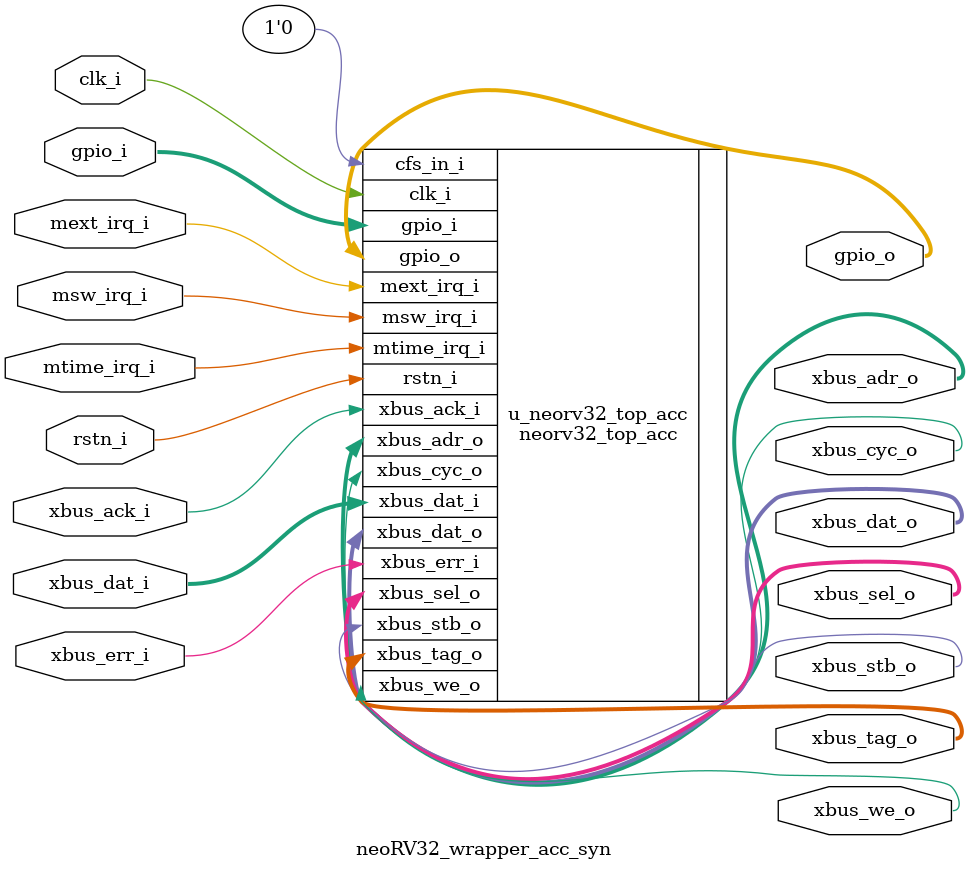
<source format=v>
module neoRV32_wrapper_acc_syn #(
  parameter CLOCK_FREQUENCY = 500000000,
  parameter MEM_INT_IMEM_EN = 1'b1,     		// boolean, represented as 1'b0 for false
  parameter MEM_INT_IMEM_SIZE = 1024 * 32, 		// size in bytes
  parameter MEM_INT_DMEM_EN = 1'b1,     		// boolean, represented as 1'b0 for false
  parameter MEM_INT_DMEM_SIZE = 1024 * 256, 		// size in bytes
  parameter CFS_EN = 1'b1
)
(
	input clk_i,
	input rstn_i,
	input mtime_irq_i,
	input msw_irq_i,
	input mext_irq_i,
 // GPIO
  output wire [31:0]  gpio_o,   // parallel output
  input  wire [31:0]  gpio_i,   // parallel input

  // XBUS interface
  output wire [31:0]  xbus_adr_o, // address
  output wire [31:0]  xbus_dat_o, // write data
  output wire [2:0]   xbus_tag_o, // access tag
  output wire         xbus_we_o,  // read/write
  output wire [3:0]   xbus_sel_o, // byte enable
  output wire         xbus_stb_o, // strobe
  output wire         xbus_cyc_o, // valid cycle
  input  wire [31:0]  xbus_dat_i, // read data
  input  wire         xbus_ack_i, // transfer acknowledge
  input  wire         xbus_err_i // transfer error
); 

  // Instantiate the neorv32_top module
  neorv32_top_acc #(
    .CLOCK_FREQUENCY(CLOCK_FREQUENCY),
    .BOOT_MODE_SELECT(2), 
    // 
    .MEM_INT_IMEM_EN(MEM_INT_IMEM_EN),
    .MEM_INT_IMEM_SIZE(MEM_INT_IMEM_SIZE),
    // 
    .MEM_INT_DMEM_EN(MEM_INT_DMEM_EN),
    .MEM_INT_DMEM_SIZE(MEM_INT_DMEM_SIZE),
  
    // 
    .RISCV_ISA_C(1'b0), 
    .RISCV_ISA_M(1'b1),
    .CPU_FAST_SHIFT_EN(1'b1),
    .CPU_FAST_MUL_EN(1'b1),
    //
    .IO_CFS_IN_SIZE(1),
    .IO_CFS_OUT_SIZE(1),
    .IO_CFS_EN(CFS_EN),
    .IO_CFS_CONFIG(32'b00000000000000000000000000001000) // 8
  ) u_neorv32_top_acc (
    .clk_i(clk_i),
    .rstn_i(rstn_i),
    .mtime_irq_i(mtime_irq_i),
    .msw_irq_i(msw_irq_i),
    .mext_irq_i(mext_irq_i),
    // GPIO
    .gpio_o       (gpio_o),
    .gpio_i       (gpio_i),
    // External bus interface
    .xbus_adr_o   (xbus_adr_o),
    .xbus_dat_o   (xbus_dat_o),
    .xbus_tag_o   (xbus_tag_o),
    .xbus_we_o    (xbus_we_o),
    .xbus_sel_o   (xbus_sel_o),
    .xbus_stb_o   (xbus_stb_o),
    .xbus_cyc_o   (xbus_cyc_o),
    .xbus_dat_i   (xbus_dat_i),
    .xbus_ack_i   (xbus_ack_i),
    .xbus_err_i   (xbus_err_i),
	.cfs_in_i(1'b0)
  );

  // Additional logic, clock generation, etc., can be added here

endmodule

</source>
